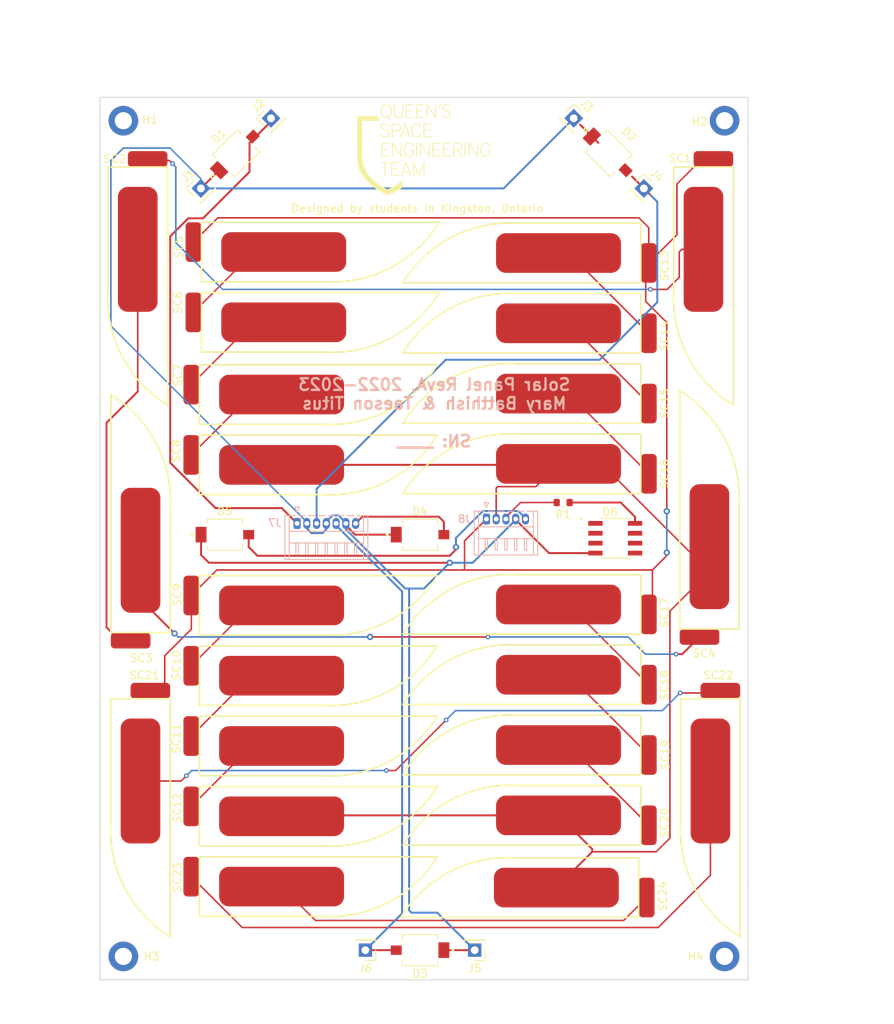
<source format=kicad_pcb>
(kicad_pcb (version 20221018) (generator pcbnew)
  (title_block (title "Solar Board QSAT") (company "QSAT") (comment 1 "Made by Taeson Titus"))
  (layers (0 "F.Cu" signal) (31 "B.Cu" signal) (34 "B.Paste" user) (35 "F.Paste" user) (36 "B.SilkS" user "B.Silkscreen") (37 "F.SilkS" user "F.Silkscreen") (38 "B.Mask" user) (39 "F.Mask" user) (44 "Edge.Cuts" user))
  (net 0 "")
  (net 1 "ADCS_PD_1")
  (net 2 "GND")
  (net 3 "ADCS_PD_2")
  (net 4 "ADCS_PD_3")
  (net 5 "ADCS_PD_4")
  (net 6 "ARRAY_PWR")
  (net 7 "ARRAY_RTN")
  (net 8 "EPS_TMP_1")
  (net 9 "EPS_PD_1")
  (net 10 "Net-(D6-K)")
  (net 11 "Net-(SC1--)")
  (net 12 "Net-(SC2--)")
  (net 13 "Net-(SC3--)")
  (net 14 "Net-(SC5--)")
  (net 15 "Net-(SC6--)")
  (net 16 "Net-(SC7--)")
  (net 17 "Net-(SC10-+)")
  (net 18 "Net-(SC10--)")
  (net 19 "Net-(SC11--)")
  (net 20 "Net-(SC13--)")
  (net 21 "Net-(SC14--)")
  (net 22 "Net-(SC15--)")
  (net 23 "Net-(SC17--)")
  (net 24 "Net-(SC18--)")
  (net 25 "Net-(SC19--)")
  (net 26 "Net-(SC21--)")
  (net 27 "Net-(SC22--)")
  (net 28 "Net-(SC23--)")
  (net 29 "ADSC_PD_1")
  (net 30 "ADSC_PD_2")
  (net 31 "ADSC_PD_3")
  (net 32 "ADSC_PD_4")
  (footprint "1_MOD Files:TrisolX_Solar_Cell" (layer "F.Cu") (at 110.274 131.750146 90)
    (fp_text reference "SC20" (at 2.850146 3.026 90 unlocked) (layer "F.SilkS"))
    (fp_text value "Solar_Cell" hide)
    (pad "1" smd roundrect (at 2.54 1.016 90) (size 5.08 2.032) (layers "F.Cu" "F.Paste" "F.Mask") (net 25 "Net-(SC19--)"))
    (pad "2" smd roundrect (at 3.81 -10.541 270) (size 5.08 16.002) (layers "F.Cu" "F.Paste" "F.Mask") (net 7 "ARRAY_RTN"))
  )
  (footprint "MountingHole:MountingHole_2.2mm_M2_DIN965_Pad" (layer "F.Cu") (at 121 146)
    (fp_text reference "H4" (at -3.7 0) (layer "F.SilkS"))
    (fp_text value "MountingHole")
    (pad "1" thru_hole circle (at 0 0) (size 3.8 3.8) (drill 2.2) (layers "*.Cu" "*.Mask"))
  )
  (footprint "1_MOD Files:TrisolX_Solar_Cell" (layer "F.Cu") (at 53.726 106.249854 -90)
    (fp_text reference "SC10" (at 2.450146 2.926 90 unlocked) (layer "F.SilkS"))
    (fp_text value "Solar_Cell" hide)
    (pad "1" smd roundrect (at 2.54 1.016 270) (size 5.08 2.032) (layers "F.Cu" "F.Paste" "F.Mask") (net 17 "Net-(SC10-+)"))
    (pad "2" smd roundrect (at 3.81 -10.541 90) (size 5.08 16.002) (layers "F.Cu" "F.Paste" "F.Mask") (net 18 "Net-(SC10--)"))
  )
  (footprint "Resistor_SMD:R_0603_1608Metric" (layer "F.Cu") (at 100.33 87.884 180)
    (fp_text reference "R1" (at 0 -1.524) (layer "F.SilkS"))
    (fp_text value "0")
    (pad "1" smd roundrect (at -0.825 0 180) (size 0.8 0.95) (layers "F.Cu" "F.Paste" "F.Mask") (net 10 "Net-(D6-K)"))
    (pad "2" smd roundrect (at 0.825 0 180) (size 0.8 0.95) (layers "F.Cu" "F.Paste" "F.Mask") (net 8 "EPS_TMP_1"))
  )
  (footprint "Connector_PinHeader_2.54mm:PinHeader_1x01_P2.54mm_Vertical" (layer "F.Cu") (at 53.929872 47.670128 45)
    (fp_text reference "J1" (at 0 -2.33 45) (layer "F.SilkS"))
    (fp_text value "Conn_01x01")
    (pad "1" thru_hole rect (at 0 0 45) (size 1.7 1.7) (drill 1) (layers "*.Cu" "*.Mask") (net 2 "GND"))
  )
  (footprint "1_MOD Files:TrisolX_Solar_Cell" (layer "F.Cu") (at 42.39 104.541)
    (fp_text reference "SC3" (at 3.91 3.259 unlocked) (layer "F.SilkS"))
    (fp_text value "Solar_Cell")
    (pad "1" smd roundrect (at 2.54 1.016) (size 5.08 2.032) (layers "F.Cu" "F.Paste" "F.Mask") (net 12 "Net-(SC2--)"))
    (pad "2" smd roundrect (at 3.81 -10.541 180) (size 5.08 16.002) (layers "F.Cu" "F.Paste" "F.Mask") (net 13 "Net-(SC3--)"))
  )
  (footprint "1_MOD Files:TrisolX_Solar_Cell" (layer "F.Cu") (at 110 141 90)
    (fp_text reference "SC24" (at 2.7 3.1 90 unlocked) (layer "F.SilkS"))
    (fp_text value "Solar_Cell")
    (pad "1" smd roundrect (at 2.54 1.016 90) (size 5.08 2.032) (layers "F.Cu" "F.Paste" "F.Mask") (net 28 "Net-(SC23--)"))
    (pad "2" smd roundrect (at 3.81 -10.541 270) (size 5.08 16.002) (layers "F.Cu" "F.Paste" "F.Mask") (net 7 "ARRAY_RTN"))
  )
  (footprint "1_MOD Files:TrisolX_Solar_Cell" (layer "F.Cu") (at 110.274 104.750146 90)
    (fp_text reference "SC17" (at 2.750146 3.026 90 unlocked) (layer "F.SilkS"))
    (fp_text value "Solar_Cell" hide)
    (pad "1" smd roundrect (at 2.54 1.016 90) (size 5.08 2.032) (layers "F.Cu" "F.Paste" "F.Mask") (net 6 "ARRAY_PWR"))
    (pad "2" smd roundrect (at 3.81 -10.541 270) (size 5.08 16.002) (layers "F.Cu" "F.Paste" "F.Mask") (net 23 "Net-(SC17--)"))
  )
  (footprint "1_MOD Files:TrisolX_Solar_Cell" (layer "F.Cu") (at 123 113 180)
    (fp_text reference "SC22" (at 2.8 3 unlocked) (layer "F.SilkS"))
    (fp_text value "Solar_Cell")
    (pad "1" smd roundrect (at 2.54 1.016 180) (size 5.08 2.032) (layers "F.Cu" "F.Paste" "F.Mask") (net 26 "Net-(SC21--)"))
    (pad "2" smd roundrect (at 3.81 -10.541) (size 5.08 16.002) (layers "F.Cu" "F.Paste" "F.Mask") (net 27 "Net-(SC22--)"))
  )
  (footprint "1_MOD Files:TrisolX_Solar_Cell" (layer "F.Cu") (at 110.274 68.750146 90)
    (fp_text reference "SC14" (at 2.202146 3.01 90 unlocked) (layer "F.SilkS"))
    (fp_text value "Solar_Cell" hide)
    (pad "1" smd roundrect (at 2.54 1.016 90) (size 5.08 2.032) (layers "F.Cu" "F.Paste" "F.Mask") (net 20 "Net-(SC13--)"))
    (pad "2" smd roundrect (at 3.81 -10.541 270) (size 5.08 16.002) (layers "F.Cu" "F.Paste" "F.Mask") (net 21 "Net-(SC14--)"))
  )
  (footprint "MountingHole:MountingHole_2.2mm_M2_DIN965_Pad" (layer "F.Cu") (at 121 39)
    (fp_text reference "H2" (at -3.2 0.1) (layer "F.SilkS"))
    (fp_text value "MountingHole")
    (pad "1" thru_hole circle (at 0 0) (size 3.8 3.8) (drill 2.2) (layers "*.Cu" "*.Mask"))
  )
  (footprint "MountingHole:MountingHole_2.2mm_M2_DIN965_Pad" (layer "F.Cu") (at 44 39)
    (fp_text reference "H1" (at 3.4 -0.1) (layer "F.SilkS"))
    (fp_text value "MountingHole")
    (pad "1" thru_hole circle (at 0 0) (size 3.8 3.8) (drill 2.2) (layers "*.Cu" "*.Mask"))
  )
  (footprint "1_MOD Files:TrisolX_Solar_Cell" (layer "F.Cu") (at 53.726 124.249854 -90)
    (fp_text reference "SC12" (at 2.750146 2.826 90 unlocked) (layer "F.SilkS"))
    (fp_text value "Solar_Cell" hide)
    (pad "1" smd roundrect (at 2.54 1.016 270) (size 5.08 2.032) (layers "F.Cu" "F.Paste" "F.Mask") (net 19 "Net-(SC11--)"))
    (pad "2" smd roundrect (at 3.81 -10.541 90) (size 5.08 16.002) (layers "F.Cu" "F.Paste" "F.Mask") (net 7 "ARRAY_RTN"))
  )
  (footprint "Connector_PinHeader_2.54mm:PinHeader_1x01_P2.54mm_Vertical" (layer "F.Cu") (at 101.681872 38.689871 -45)
    (fp_text reference "J3" (at 0 -2.33 135) (layer "F.SilkS"))
    (fp_text value "Conn_01x01")
    (pad "2" thru_hole rect (at 0 0 315) (size 1.7 1.7) (drill 1) (layers "*.Cu" "*.Mask") (net 2 "GND"))
  )
  (footprint "1_MOD Files:TrisolX_Solar_Cell" (layer "F.Cu") (at 122.110146 44.926 180)
    (fp_text reference "SC1" (at 6.810146 1.126 unlocked) (layer "F.SilkS"))
    (fp_text value "Solar_Cell" hide)
    (pad "1" smd roundrect (at 2.54 1.016 180) (size 5.08 2.032) (layers "F.Cu" "F.Paste" "F.Mask") (net 6 "ARRAY_PWR"))
    (pad "2" smd roundrect (at 3.81 -10.541) (size 5.08 16.002) (layers "F.Cu" "F.Paste" "F.Mask") (net 11 "Net-(SC1--)"))
  )
  (footprint "1_MOD Files:TrisolX_Solar_Cell" (layer "F.Cu") (at 53.726 79.249854 -90)
    (fp_text reference "SC8" (at 2.030146 2.926 90 unlocked) (layer "F.SilkS"))
    (fp_text value "Solar_Cell" hide)
    (pad "1" smd roundrect (at 2.54 1.016 270) (size 5.08 2.032) (layers "F.Cu" "F.Paste" "F.Mask") (net 16 "Net-(SC7--)"))
    (pad "2" smd roundrect (at 3.81 -10.541 90) (size 5.08 16.002) (layers "F.Cu" "F.Paste" "F.Mask") (net 7 "ARRAY_RTN"))
  )
  (footprint "Connector_PinHeader_2.54mm:PinHeader_1x01_P2.54mm_Vertical" (layer "F.Cu") (at 75 145.2 180)
    (fp_text reference "J6" (at 0 -2.33) (layer "F.SilkS"))
    (fp_text value "Conn_01x01")
    (pad "1" thru_hole rect (at 0 0 180) (size 1.7 1.7) (drill 1) (layers "*.Cu" "*.Mask") (net 31 "ADSC_PD_3"))
  )
  (footprint "1_MOD Files:DIO_SFH_2430-Z" (layer "F.Cu") (at 106.172 43.18 -45)
    (fp_text reference "D2" (at 0.141421 -3.535534 -45) (layer "F.SilkS"))
    (fp_text value "D_Photo")
    (pad "1" smd rect (at 3.05 0 135) (size 1.4 1.2) (layers "F.Cu") (net 30 "ADSC_PD_2"))
    (pad "2" smd rect (at -3.05 0 135) (size 1.4 2) (layers "F.Cu") (net 2 "GND"))
  )
  (footprint "1_MOD Files:DIO_SFH_2430-Z" (layer "F.Cu") (at 57 92)
    (fp_text reference "D5" (at 0 -3) (layer "F.SilkS"))
    (fp_text value "D_Photo")
    (pad "1" smd rect (at 3.05 0 180) (size 1.4 1.2) (layers "F.Cu") (net 9 "EPS_PD_1"))
    (pad "2" smd rect (at -3.05 0 180) (size 1.4 2) (layers "F.Cu") (net 2 "GND"))
  )
  (footprint "1_MOD Files:TrisolX_Solar_Cell" (layer "F.Cu") (at 54 52 -90)
    (fp_text reference "SC5" (at 3.2 2.9 90 unlocked) (layer "F.SilkS"))
    (fp_text value "Solar_Cell" hide)
    (pad "1" smd roundrect (at 2.54 1.016 270) (size 5.08 2.032) (layers "F.Cu" "F.Paste" "F.Mask") (net 6 "ARRAY_PWR"))
    (pad "2" smd roundrect (at 3.81 -10.541 90) (size 5.08 16.002) (layers "F.Cu" "F.Paste" "F.Mask") (net 14 "Net-(SC5--)"))
  )
  (footprint "1_MOD Files:TrisolX_Solar_Cell" (layer "F.Cu") (at 54 61 -90)
    (fp_text reference "SC6" (at 1.3 3 90 unlocked) (layer "F.SilkS"))
    (fp_text value "Solar_Cell" hide)
    (pad "1" smd roundrect (at 2.54 1.016 270) (size 5.08 2.032) (layers "F.Cu" "F.Paste" "F.Mask") (net 14 "Net-(SC5--)"))
    (pad "2" smd roundrect (at 3.81 -10.541 90) (size 5.08 16.002) (layers "F.Cu" "F.Paste" "F.Mask") (net 15 "Net-(SC6--)"))
  )
  (footprint "1_MOD Files:DIO_SFH_2430-Z" (layer "F.Cu") (at 82 92)
    (fp_text reference "D4" (at 0 -3) (layer "F.SilkS"))
    (fp_text value "D_Photo")
    (pad "1" smd rect (at 3.05 0 180) (size 1.4 1.2) (layers "F.Cu") (net 32 "ADSC_PD_4"))
    (pad "2" smd rect (at -3.05 0 180) (size 1.4 2) (layers "F.Cu") (net 2 "GND"))
  )
  (footprint "1_MOD Files:TrisolX_Solar_Cell" (layer "F.Cu") (at 53.726 115.249854 -90)
    (fp_text reference "SC11" (at 2.860146 2.926 90 unlocked) (layer "F.SilkS"))
    (fp_text value "Solar_Cell" hide)
    (pad "1" smd roundrect (at 2.54 1.016 270) (size 5.08 2.032) (layers "F.Cu" "F.Paste" "F.Mask") (net 18 "Net-(SC10--)"))
    (pad "2" smd roundrect (at 3.81 -10.541 90) (size 5.08 16.002) (layers "F.Cu" "F.Paste" "F.Mask") (net 19 "Net-(SC11--)"))
  )
  (footprint "1_MOD Files:TrisolX_Solar_Cell" (layer "F.Cu") (at 110.274 113.750146 90)
    (fp_text reference "SC18" (at 2.450146 3.026 90 unlocked) (layer "F.SilkS"))
    (fp_text value "Solar_Cell" hide)
    (pad "1" smd roundrect (at 2.54 1.016 90) (size 5.08 2.032) (layers "F.Cu" "F.Paste" "F.Mask") (net 23 "Net-(SC17--)"))
    (pad "2" smd roundrect (at 3.81 -10.541 270) (size 5.08 16.002) (layers "F.Cu" "F.Paste" "F.Mask") (net 24 "Net-(SC18--)"))
  )
  (footprint "1_MOD Files:DIO_SFH_2430-Z" (layer "F.Cu") (at 82 145.2 180)
    (fp_text reference "D3" (at 0 -3) (layer "F.SilkS"))
    (fp_text value "D_Photo")
    (pad "1" smd rect (at 3.05 0) (size 1.4 1.2) (layers "F.Cu") (net 31 "ADSC_PD_3"))
    (pad "2" smd rect (at -3.05 0) (size 1.4 2) (layers "F.Cu") (net 2 "GND"))
  )
  (footprint "LOGO" (layer "F.Cu") (at 82.55 42.545)
    (fp_text reference "G***" hide)
    (fp_text value "LOGO" hide)
  )
  (footprint "1_MOD Files:TrisolX_Solar_Cell" (layer "F.Cu") (at 110.274 122.750146 90)
    (fp_text reference "SC19" (at 2.550146 3.126 90 unlocked) (layer "F.SilkS"))
    (fp_text value "Solar_Cell" hide)
    (pad "1" smd roundrect (at 2.54 1.016 90) (size 5.08 2.032) (layers "F.Cu" "F.Paste" "F.Mask") (net 24 "Net-(SC18--)"))
    (pad "2" smd roundrect (at 3.81 -10.541 270) (size 5.08 16.002) (layers "F.Cu" "F.Paste" "F.Mask") (net 25 "Net-(SC19--)"))
  )
  (footprint "1_MOD Files:TrisolX_Solar_Cell" (layer "F.Cu") (at 49.650146 44.926 180)
    (fp_text reference "SC2" (at 6.750146 1.026 unlocked) (layer "F.SilkS"))
    (fp_text value "Solar_Cell")
    (pad "1" smd roundrect (at 2.54 1.016 180) (size 5.08 2.032) (layers "F.Cu" "F.Paste" "F.Mask") (net 11 "Net-(SC1--)"))
    (pad "2" smd roundrect (at 3.81 -10.541) (size 5.08 16.002) (layers "F.Cu" "F.Paste" "F.Mask") (net 12 "Net-(SC2--)"))
  )
  (footprint "Connector_PinHeader_2.54mm:PinHeader_1x01_P2.54mm_Vertical" (layer "F.Cu") (at 62.910128 38.689872 45)
    (fp_text reference "J2" (at 0 -2.33 45) (layer "F.SilkS"))
    (fp_text value "Conn_01x01")
    (pad "1" thru_hole rect (at 0 0 45) (size 1.7 1.7) (drill 1) (layers "*.Cu" "*.Mask") (net 29 "ADSC_PD_1"))
  )
  (footprint "1_MOD Files:TrisolX_Solar_Cell" (layer "F.Cu") (at 110.274 77.750146 90)
    (fp_text reference "SC15" (at 2.566146 3.01 90 unlocked) (layer "F.SilkS"))
    (fp_text value "Solar_Cell" hide)
    (pad "1" smd roundrect (at 2.54 1.016 90) (size 5.08 2.032) (layers "F.Cu" "F.Paste" "F.Mask") (net 21 "Net-(SC14--)"))
    (pad "2" smd roundrect (at 3.81 -10.541 270) (size 5.08 16.002) (layers "F.Cu" "F.Paste" "F.Mask") (net 22 "Net-(SC15--)"))
  )
  (footprint "1_MOD Files:SOIC127P600X175-8N" (layer "F.Cu") (at 107 92.456)
    (fp_text reference "D6" (at -0.665 -3.342) (layer "F.SilkS"))
    (fp_text value "D_Temp")
    (pad "1" smd roundrect (at -2.535 -1.905) (size 1.84 0.61) (layers "F.Cu" "F.Paste" "F.Mask") (roundrect_rratio 0.08))
    (pad "2" smd roundrect (at -2.535 -0.635) (size 1.84 0.61) (layers "F.Cu" "F.Paste" "F.Mask") (roundrect_rratio 0.08))
    (pad "3" smd roundrect (at -2.535 0.635) (size 1.84 0.61) (layers "F.Cu" "F.Paste" "F.Mask") (roundrect_rratio 0.08))
    (pad "4" smd roundrect (at -2.535 1.905) (size 1.84 0.61) (layers "F.Cu" "F.Paste" "F.Mask") (roundrect_rratio 0.08) (net 2 "GND"))
    (pad "5" smd roundrect (at 2.535 1.905) (size 1.84 0.61) (layers "F.Cu" "F.Paste" "F.Mask") (roundrect_rratio 0.08))
    (pad "6" smd roundrect (at 2.535 0.635) (size 1.84 0.61) (layers "F.Cu" "F.Paste" "F.Mask") (roundrect_rratio 0.08))
    (pad "7" smd roundrect (at 2.535 -0.635) (size 1.84 0.61) (layers "F.Cu" "F.Paste" "F.Mask") (roundrect_rratio 0.08))
    (pad "8" smd roundrect (at 2.535 -1.905) (size 1.84 0.61) (layers "F.Cu" "F.Paste" "F.Mask") (roundrect_rratio 0.08) (net 10 "Net-(D6-K)"))
  )
  (footprint "1_MOD Files:TrisolX_Solar_Cell" (layer "F.Cu") (at 110.274 59.750146 90)
    (fp_text reference "SC13" (at 2.150146 3.01 90 unlocked) (layer "F.SilkS"))
    (fp_text value "Solar_Cell" hide)
    (pad "1" smd roundrect (at 2.54 1.016 90) (size 5.08 2.032) (layers "F.Cu" "F.Paste" "F.Mask") (net 6 "ARRAY_PWR"))
    (pad "2" smd roundrect (at 3.81 -10.541 270) (size 5.08 16.002) (layers "F.Cu" "F.Paste" "F.Mask") (net 20 "Net-(SC13--)"))
  )
  (footprint "1_MOD Files:TrisolX_Solar_Cell" (layer "F.Cu") (at 110.274 86.750146 90)
    (fp_text reference "SC16" (at 2.54 3.01 90 unlocked) (layer "F.SilkS"))
    (fp_text value "Solar_Cell")
    (pad "1" smd roundrect (at 2.54 1.016 90) (size 5.08 2.032) (layers "F.Cu" "F.Paste" "F.Mask") (net 22 "Net-(SC15--)"))
    (pad "2" smd roundrect (at 3.81 -10.541 270) (size 5.08 16.002) (layers "F.Cu" "F.Paste" "F.Mask") (net 7 "ARRAY_RTN"))
  )
  (footprint "1_MOD Files:TrisolX_Solar_Cell" (layer "F.Cu") (at 53.726 70.249854 -90)
    (fp_text reference "SC7" (at 1.350146 2.726 90 unlocked) (layer "F.SilkS"))
    (fp_text value "Solar_Cell" hide)
    (pad "1" smd roundrect (at 2.54 1.016 270) (size 5.08 2.032) (layers "F.Cu" "F.Paste" "F.Mask") (net 15 "Net-(SC6--)"))
    (pad "2" smd roundrect (at 3.81 -10.541 90) (size 5.08 16.002) (layers "F.Cu" "F.Paste" "F.Mask") (net 16 "Net-(SC7--)"))
  )
  (footprint "1_MOD Files:TrisolX_Solar_Cell" (layer "F.Cu") (at 53.726 133.249854 -90)
    (fp_text reference "SC23" (at 2.640146 2.826 90 unlocked) (layer "F.SilkS"))
    (fp_text value "Solar_Cell")
    (pad "1" smd roundrect (at 2.54 1.016 270) (size 5.08 2.032) (layers "F.Cu" "F.Paste" "F.Mask") (net 27 "Net-(SC22--)"))
    (pad "2" smd roundrect (at 3.81 -10.541 90) (size 5.08 16.002) (layers "F.Cu" "F.Paste" "F.Mask") (net 28 "Net-(SC23--)"))
  )
  (footprint "1_MOD Files:TrisolX_Solar_Cell" (layer "F.Cu") (at 50 113 180)
    (fp_text reference "SC21" (at 3.3 3 unlocked) (layer "F.SilkS"))
    (fp_text value "Solar_Cell")
    (pad "1" smd roundrect (at 2.54 1.016 180) (size 5.08 2.032) (layers "F.Cu" "F.Paste" "F.Mask") (net 6 "ARRAY_PWR"))
    (pad "2" smd roundrect (at 3.81 -10.541) (size 5.08 16.002) (layers "F.Cu" "F.Paste" "F.Mask") (net 26 "Net-(SC21--)"))
  )
  (footprint "1_MOD Files:TrisolX_Solar_Cell" (layer "F.Cu") (at 53.726 97.249854 -90)
    (fp_text reference "SC9" (at 2.445146 2.826 90 unlocked) (layer "F.SilkS"))
    (fp_text value "Solar_Cell" hide)
    (pad "1" smd roundrect (at 2.54 1.016 270) (size 5.08 2.032) (layers "F.Cu" "F.Paste" "F.Mask") (net 6 "ARRAY_PWR"))
    (pad "2" smd roundrect (at 3.81 -10.541 90) (size 5.08 16.002) (layers "F.Cu" "F.Paste" "F.Mask") (net 17 "Net-(SC10-+)"))
  )
  (footprint "1_MOD Files:TrisolX_Solar_Cell" (layer "F.Cu") (at 115.249854 104.074)
    (fp_text reference "SC4" (at 3.150146 3.126 unlocked) (layer "F.SilkS"))
    (fp_text value "Solar_Cell" hide)
    (pad "1" smd roundrect (at 2.54 1.016) (size 5.08 2.032) (layers "F.Cu" "F.Paste" "F.Mask") (net 13 "Net-(SC3--)"))
    (pad "2" smd roundrect (at 3.81 -10.541 180) (size 5.08 16.002) (layers "F.Cu" "F.Paste" "F.Mask") (net 7 "ARRAY_RTN"))
  )
  (footprint "MountingHole:MountingHole_2.2mm_M2_DIN965_Pad" (layer "F.Cu") (at 44 146)
    (fp_text reference "H3" (at 3.6 0) (layer "F.SilkS"))
    (fp_text value "MountingHole")
    (pad "1" thru_hole circle (at 0 0) (size 3.8 3.8) (drill 2.2) (layers "*.Cu" "*.Mask"))
  )
  (footprint "Connector_PinHeader_2.54mm:PinHeader_1x01_P2.54mm_Vertical" (layer "F.Cu") (at 89 145.2 180)
    (fp_text reference "J5" (at 0 -2.33) (layer "F.SilkS"))
    (fp_text value "Conn_01x01")
    (pad "1" thru_hole rect (at 0 0 180) (size 1.7 1.7) (drill 1) (layers "*.Cu" "*.Mask") (net 2 "GND"))
  )
  (footprint "1_MOD Files:DIO_SFH_2430-Z" (layer "F.Cu") (at 58.42 43.18 45)
    (fp_text reference "D1" (at 0 -3.11127 45) (layer "F.SilkS"))
    (fp_text value "D_Photo" hide)
    (pad "1" smd rect (at 3.05 0 225) (size 1.4 1.2) (layers "F.Cu") (net 29 "ADSC_PD_1"))
    (pad "2" smd rect (at -3.05 0 225) (size 1.4 2) (layers "F.Cu") (net 2 "GND"))
  )
  (footprint "Connector_PinHeader_2.54mm:PinHeader_1x01_P2.54mm_Vertical" (layer "F.Cu") (at 110.662129 47.670128 -45)
    (fp_text reference "J4" (at 0 -2.33 135) (layer "F.SilkS"))
    (fp_text value "Conn_01x01")
    (pad "1" thru_hole rect (at 0 0 315) (size 1.7 1.7) (drill 1) (layers "*.Cu" "*.Mask") (net 30 "ADSC_PD_2"))
  )
  (footprint "Connector_Hirose:Hirose_DF13-07P-1.25DS_1x07_P1.25mm_Horizontal" (layer "B.Cu") (at 66.25 90.5675)
    (fp_text reference "J7" (at -2.85 -0.0675) (layer "B.SilkS") (effects (justify mirror)))
    (fp_text value "DF13-7P-1.25DS(20)")
    (pad "1" thru_hole roundrect (at 0 0) (size 0.9 1.4) (drill 0.6) (layers "*.Cu" "*.Mask") (net 1 "ADCS_PD_1"))
    (pad "2" thru_hole oval (at 1.25 0) (size 0.9 1.4) (drill 0.6) (layers "*.Cu" "*.Mask") (net 2 "GND"))
    (pad "3" thru_hole oval (at 2.5 0) (size 0.9 1.4) (drill 0.6) (layers "*.Cu" "*.Mask") (net 3 "ADCS_PD_2"))
    (pad "4" thru_hole oval (at 3.75 0) (size 0.9 1.4) (drill 0.6) (layers "*.Cu" "*.Mask") (net 2 "GND"))
    (pad "5" thru_hole oval (at 5 0) (size 0.9 1.4) (drill 0.6) (layers "*.Cu" "*.Mask") (net 4 "ADCS_PD_3"))
    (pad "6" thru_hole oval (at 6.25 0) (size 0.9 1.4) (drill 0.6) (layers "*.Cu" "*.Mask") (net 2 "GND"))
    (pad "7" thru_hole oval (at 7.5 0) (size 0.9 1.4) (drill 0.6) (layers "*.Cu" "*.Mask") (net 5 "ADCS_PD_4"))
  )
  (footprint "Connector_Hirose:Hirose_DF13-05P-1.25DS_1x05_P1.25mm_Horizontal" (layer "B.Cu") (at 90.5 90)
    (fp_text reference "J8" (at -2.8 0) (layer "B.SilkS") (effects (justify mirror)))
    (fp_text value "DF-13-5P-1.25DS")
    (pad "1" thru_hole roundrect (at 0 0) (size 0.9 1.4) (drill 0.6) (layers "*.Cu" "*.Mask") (net 6 "ARRAY_PWR"))
    (pad "2" thru_hole oval (at 1.25 0) (size 0.9 1.4) (drill 0.6) (layers "*.Cu" "*.Mask") (net 7 "ARRAY_RTN"))
    (pad "3" thru_hole oval (at 2.5 0) (size 0.9 1.4) (drill 0.6) (layers "*.Cu" "*.Mask") (net 8 "EPS_TMP_1"))
    (pad "4" thru_hole oval (at 3.75 0) (size 0.9 1.4) (drill 0.6) (layers "*.Cu" "*.Mask") (net 2 "GND"))
    (pad "5" thru_hole oval (at 5 0) (size 0.9 1.4) (drill 0.6) (layers "*.Cu" "*.Mask") (net 9 "EPS_PD_1"))
  )
  (gr_line (start 124 137) (end 124 149) (stroke (width 0.1)) (layer "Edge.Cuts"))
  (gr_line (start 124 36) (end 41 36) (stroke (width 0.1)) (layer "Edge.Cuts"))
  (gr_line (start 41 36) (end 41 41) (stroke (width 0.1)) (layer "Edge.Cuts"))
  (gr_line (start 41 41) (end 41 137) (stroke (width 0.1)) (layer "Edge.Cuts"))
  (gr_line (start 124 137) (end 124 41) (stroke (width 0.1)) (layer "Edge.Cuts"))
  (gr_line (start 41 137) (end 41 149) (stroke (width 0.1)) (layer "Edge.Cuts"))
  (gr_line (start 124 149) (end 41 149) (stroke (width 0.1)) (layer "Edge.Cuts"))
  (gr_line (start 124 41) (end 124 36) (stroke (width 0.1)) (layer "Edge.Cuts"))
  (gr_text "Solar Panel RevA, 2022-2023\nMary Batthish & Taeson Titus\n\nSN: ____" (at 83.82 80.908033) (layer "B.SilkS") (effects (font (size 1.5 1.5) (thickness 0.3) bold) (justify bottom mirror)))
  (gr_text "Designed by students in Kingston, Ontario" (at 65.405 50.8) (layer "F.SilkS") (effects (font (size 1 1)) (justify left bottom)))
  (segment (start 54.2 51.5) (end 52.30596 51.5) (width 0.25) (layer "F.Cu") (net 1))
  (segment (start 60.156676 41.843324) (end 60.156676 45.543324) (width 0.25) (layer "F.Cu") (net 1))
  (segment (start 60.156676 45.543324) (end 54.2 51.5) (width 0.25) (layer "F.Cu") (net 1))
  (segment (start 52.30596 51.5) (end 50 53.80596) (width 0.25) (layer "F.Cu") (net 1))
  (segment (start 50 53.80596) (end 50 82.797894) (width 0.25) (layer "F.Cu") (net 1))
  (segment (start 50 82.797894) (end 55.802106 88.6) (width 0.25) (layer "F.Cu") (net 1))
  (segment (start 62.490128 39.509872) (end 60.156676 41.843324) (width 0.25) (layer "F.Cu") (net 1))
  (segment (start 55.802106 88.6) (end 64.2825 88.6) (width 0.25) (layer "F.Cu") (net 1))
  (segment (start 64.2825 88.6) (end 66.25 90.5675) (width 0.25) (layer "F.Cu") (net 1))
  (segment (start 56.263324 45.336676) (end 53.929872 47.670128) (width 0.25) (layer "F.Cu") (net 2))
  (segment (start 85.8 95.6) (end 54.96 95.6) (width 0.25) (layer "F.Cu") (net 2))
  (segment (start 72.5 90.8175) (end 72.5 90.5675) (width 0.25) (layer "F.Cu") (net 2))
  (segment (start 94.25 90) (end 94.25 90.186) (width 0.25) (layer "F.Cu") (net 2))
  (segment (start 104.843324 41.843324) (end 102.509872 39.509871) (width 0.25) (layer "F.Cu") (net 2))
  (segment (start 94.25 90.096016) (end 94.25 90) (width 0.25) (layer "F.Cu") (net 2))
  (segment (start 73.6825 92) (end 72.5 90.8175) (width 0.25) (layer "F.Cu") (net 2))
  (segment (start 53.95 94.59) (end 53.95 92) (width 0.25) (layer "F.Cu") (net 2))
  (segment (start 104.465 94.361) (end 98.514984 94.361) (width 0.25) (layer "F.Cu") (net 2))
  (segment (start 98.514984 94.361) (end 94.25 90.096016) (width 0.25) (layer "F.Cu") (net 2))
  (segment (start 78.95 92) (end 73.6825 92) (width 0.25) (layer "F.Cu") (net 2))
  (segment (start 54.96 95.6) (end 53.95 94.59) (width 0.25) (layer "F.Cu") (net 2))
  (segment (start 85.05 145.2) (end 89 145.2) (width 0.25) (layer "F.Cu") (net 2))
  (via (at 85.8 95.6) (size 0.8) (drill 0.4) (layers "F.Cu" "B.Cu") (net 2))
  (segment (start 80.6 140.1) (end 80.6 98.9) (width 0.25) (layer "B.Cu") (net 2))
  (segment (start 89 145.2) (end 84.2 140.4) (width 0.25) (layer "B.Cu") (net 2))
  (segment (start 92.701615 47.670128) (end 53.929872 47.670128) (width 0.25) (layer "B.Cu") (net 2))
  (segment (start 88.746016 95.6) (end 94.25 90.096016) (width 0.25) (layer "B.Cu") (net 2))
  (segment (start 72.5 91.3) (end 72.5 90.5675) (width 0.25) (layer "B.Cu") (net 2))
  (segment (start 80.6 98.9) (end 80.1 98.9) (width 0.25) (layer "B.Cu") (net 2))
  (segment (start 42.4 44.1) (end 44 42.5) (width 0.2) (layer "B.Cu") (net 2))
  (segment (start 85.8 95.6) (end 82.5 98.9) (width 0.25) (layer "B.Cu") (net 2))
  (segment (start 80.1 98.9) (end 72.5 91.3) (width 0.25) (layer "B.Cu") (net 2))
  (segment (start 82.5 98.9) (end 80.6 98.9) (width 0.25) (layer "B.Cu") (net 2))
  (segment (start 80.9 140.4) (end 80.6 140.1) (width 0.25) (layer "B.Cu") (net 2))
  (segment (start 69.5 91.8) (end 68.1 91.8) (width 0.25) (layer "B.Cu") (net 2))
  (segment (start 70 91.3) (end 69.5 91.8) (width 0.25) (layer "B.Cu") (net 2))
  (segment (start 53.929872 46.451197) (end 53.929872 47.670128) (width 0.2) (layer "B.Cu") (net 2))
  (segment (start 68.1 91.8) (end 67.5 91.2) (width 0.25) (layer "B.Cu") (net 2))
  (segment (start 85.8 95.6) (end 88.746016 95.6) (width 0.25) (layer "B.Cu") (net 2))
  (segment (start 67.5 90.375038) (end 42.4 65.275038) (width 0.2) (layer "B.Cu") (net 2))
  (segment (start 70.775 89.5425) (end 71.571016 89.5425) (width 0.25) (layer "B.Cu") (net 2))
  (segment (start 101.681872 38.689871) (end 92.701615 47.670128) (width 0.25) (layer "B.Cu") (net 2))
  (segment (start 44 42.5) (end 49.978675 42.5) (width 0.2) (layer "B.Cu") (net 2))
  (segment (start 67.5 90.5675) (end 67.5 90.375038) (width 0.2) (layer "B.Cu") (net 2))
  (segment (start 70 90.5675) (end 70 90.3175) (width 0.25) (layer "B.Cu") (net 2))
  (segment (start 84.2 140.4) (end 80.9 140.4) (width 0.25) (layer "B.Cu") (net 2))
  (segment (start 72.5 90.471484) (end 72.5 90.5675) (width 0.25) (layer "B.Cu") (net 2))
  (segment (start 49.978675 42.5) (end 53.929872 46.451197) (width 0.2) (layer "B.Cu") (net 2))
  (segment (start 42.4 65.275038) (end 42.4 44.1) (width 0.2) (layer "B.Cu") (net 2))
  (segment (start 71.571016 89.5425) (end 72.5 90.471484) (width 0.25) (layer "B.Cu") (net 2))
  (segment (start 70 90.5675) (end 70 91.3) (width 0.25) (layer "B.Cu") (net 2))
  (segment (start 67.5 91.2) (end 67.5 90.5675) (width 0.25) (layer "B.Cu") (net 2))
  (segment (start 70 90.3175) (end 70.775 89.5425) (width 0.25) (layer "B.Cu") (net 2))
  (segment (start 85.3 69.6) (end 68.75 86.15) (width 0.25) (layer "B.Cu") (net 3))
  (segment (start 111.490129 48.490128) (end 112.385 49.384999) (width 0.25) (layer "B.Cu") (net 3))
  (segment (start 112.385 49.384999) (end 112.385 62.234884) (width 0.25) (layer "B.Cu") (net 3))
  (segment (start 105.019884 69.6) (end 85.3 69.6) (width 0.25) (layer "B.Cu") (net 3))
  (segment (start 68.75 86.15) (end 68.75 90.5675) (width 0.25) (layer "B.Cu") (net 3))
  (segment (start 112.385 62.234884) (end 105.019884 69.6) (width 0.25) (layer "B.Cu") (net 3))
  (segment (start 78.95 145.2) (end 75 145.2) (width 0.25) (layer "F.Cu") (net 4))
  (segment (start 79.7 99.2675) (end 79.7 140.5) (width 0.25) (layer "B.Cu") (net 4))
  (segment (start 71.25 90.8175) (end 79.7 99.2675) (width 0.25) (layer "B.Cu") (net 4))
  (segment (start 71.25 90.5675) (end 71.25 90.8175) (width 0.25) (layer "B.Cu") (net 4))
  (segment (start 79.7 140.5) (end 75 145.2) (width 0.25) (layer "B.Cu") (net 4))
  (segment (start 85.05 92) (end 85.05 90.35) (width 0.25) (layer "F.Cu") (net 5))
  (segment (start 84.4 89.7) (end 74.6175 89.7) (width 0.25) (layer "F.Cu") (net 5))
  (segment (start 85.05 90.35) (end 84.4 89.7) (width 0.25) (layer "F.Cu") (net 5))
  (segment (start 74.6175 89.7) (end 73.75 90.5675) (width 0.25) (layer "F.Cu") (net 5))
  (segment (start 87.7 96.52) (end 87.7 92.8) (width 0.2) (layer "F.Cu") (net 6))
  (segment (start 111.76 101.740146) (end 111.76 96.52) (width 0.2) (layer "F.Cu") (net 6))
  (segment (start 52.71 99.789854) (end 52.71 104.09) (width 0.2) (layer "F.Cu") (net 6))
  (segment (start 111.29 57.210146) (end 110.9 57.600146) (width 0.2) (layer "F.Cu") (net 6))
  (segment (start 87.7 96.52) (end 86.36 96.52) (width 0.2) (layer "F.Cu") (net 6))
  (segment (start 111.29 57.210146) (end 111.29 52.69) (width 0.2) (layer "F.Cu") (net 6))
  (segment (start 111.76 96.52) (end 87.7 96.52) (width 0.2) (layer "F.Cu") (net 6))
  (segment (start 114.9 47.1) (end 114.9 53.600146) (width 0.2) (layer "F.Cu") (net 6))
  (segment (start 113.6 94.3) (end 113.6 94.68) (width 0.2) (layer "F.Cu") (net 6))
  (segment (start 111.29 102.210146) (end 111.76 101.740146) (width 0.2) (layer "F.Cu") (net 6))
  (segment (start 48.516 111.984) (end 47.46 111.984) (width 0.2) (layer "F.Cu") (net 6))
  (segment (start 52.71 104.09) (end 49.3 107.5) (width 0.2) (layer "F.Cu") (net 6))
  (segment (start 110.035 51.435) (end 56.089 51.435) (width 0.2) (layer "F.Cu") (net 6))
  (segment (start 113.6 64.837461) (end 113.6 89) (width 0.2) (layer "F.Cu") (net 6))
  (segment (start 113.6 94.68) (end 111.76 96.52) (width 0.2) (layer "F.Cu") (net 6))
  (segment (start 119.570146 43.91) (end 118.09 43.91) (width 0.2) (layer "F.Cu") (net 6))
  (segment (start 49.3 111.2) (end 48.516 111.984) (width 0.2) (layer "F.Cu") (net 6))
  (segment (start 49.3 107.5) (end 49.3 111.2) (width 0.2) (layer "F.Cu") (net 6))
  (segment (start 55.979854 96.52) (end 86.36 96.52) (width 0.2) (layer "F.Cu") (net 6))
  (segment (start 110.9 62.137461) (end 113.6 64.837461) (width 0.2) (layer "F.Cu") (net 6))
  (segment (start 114.9 53.600146) (end 111.29 57.210146) (width 0.2) (layer "F.Cu") (net 6))
  (segment (start 110.9 57.600146) (end 110.9 62.137461) (width 0.2) (layer "F.Cu") (net 6))
  (segment (start 52.71 99.789854) (end 55.979854 96.52) (width 0.2) (layer "F.Cu") (net 6))
  (segment (start 56.089 51.435) (end 52.984 54.54) (width 0.2) (layer "F.Cu") (net 6))
  (segment (start 111.29 52.69) (end 110.035 51.435) (width 0.2) (layer "F.Cu") (net 6))
  (segment (start 118.09 43.91) (end 114.9 47.1) (width 0.2) (layer "F.Cu") (net 6))
  (segment (start 87.7 92.8) (end 90.5 90) (width 0.2) (layer "F.Cu") (net 6))
  (via (at 113.6 94.3) (size 0.8) (drill 0.4) (layers "F.Cu" "B.Cu") (net 6))
  (via (at 113.6 89) (size 0.8) (drill 0.4) (layers "F.Cu" "B.Cu") (net 6))
  (segment (start 113.6 89) (end 113.6 94.3) (width 0.2) (layer "B.Cu") (net 6))
  (segment (start 114 130.85) (end 114 101.792854) (width 0.2) (layer "F.Cu") (net 7))
  (segment (start 104.049 132.6) (end 112.25 132.6) (width 0.2) (layer "F.Cu") (net 7))
  (segment (start 119.059854 96.733) (end 105.267 82.940146) (width 0.2) (layer "F.Cu") (net 7))
  (segment (start 64.267 128.059854) (end 64.386708 127.940146) (width 0.25) (layer "F.Cu") (net 7))
  (segment (start 114 101.792854) (end 119.059854 96.733) (width 0.2) (layer "F.Cu") (net 7))
  (segment (start 91.75 86.05) (end 91.948 85.852) (width 0.2) (layer "F.Cu") (net 7))
  (segment (start 112.25 132.6) (end 114 130.85) (width 0.2) (layer "F.Cu") (net 7))
  (segment (start 99.613292 83.059854) (end 99.733 82.940146) (width 0.25) (layer "F.Cu") (net 7))
  (segment (start 104.049 132.256146) (end 104.049 132.6) (width 0.25) (layer "F.Cu") (net 7))
  (segment (start 64.267 83.059854) (end 99.613292 83.059854) (width 0.25) (layer "F.Cu") (net 7))
  (segment (start 99.733 127.940146) (end 104.049 132.256146) (width 0.25) (layer "F.Cu") (net 7))
  (segment (start 96.821146 85.852) (end 99.733 82.940146) (width 0.2) (layer "F.Cu") (net 7))
  (segment (start 105.267 82.940146) (end 99.733 82.940146) (width 0.2) (layer "F.Cu") (net 7))
  (segment (start 64.386708 127.940146) (end 99.733 127.940146) (width 0.25) (layer "F.Cu") (net 7))
  (segment (start 91.75 90) (end 91.75 89.75) (width 0.2) (layer "F.Cu") (net 7))
  (segment (start 91.75 90) (end 91.75 86.05) (width 0.2) (layer "F.Cu") (net 7))
  (segment (start 91.948 85.852) (end 96.821146 85.852) (width 0.2) (layer "F.Cu") (net 7))
  (segment (start 99.459 137.19) (end 104.049 132.6) (width 0.25) (layer "F.Cu") (net 7))
  (segment (start 93 90) (end 93 89.75) (width 0.2) (layer "F.Cu") (net 8))
  (segment (start 94.866 87.884) (end 99.505 87.884) (width 0.2) (layer "F.Cu") (net 8))
  (segment (start 93 89.75) (end 94.866 87.884) (width 0.2) (layer "F.Cu") (net 8))
  (segment (start 60.05 92) (end 60.05 93.578) (width 0.25) (layer "F.Cu") (net 9))
  (segment (start 86.6 93.9) (end 86.6 93.6) (width 0.25) (layer "F.Cu") (net 9))
  (segment (start 60.05 93.578) (end 61.172 94.7) (width 0.25) (layer "F.Cu") (net 9))
  (segment (start 61.172 94.7) (end 85.8 94.7) (width 0.25) (layer "F.Cu") (net 9))
  (segment (start 85.8 94.7) (end 86.6 93.9) (width 0.25) (layer "F.Cu") (net 9))
  (via (at 86.6 93.6) (size 0.8) (drill 0.4) (layers "F.Cu" "B.Cu") (net 9))
  (segment (start 95.5 89.903984) (end 95.5 90) (width 0.25) (layer "B.Cu") (net 9))
  (segment (start 94.571016 88.975) (end 95.5 89.903984) (width 0.25) (layer "B.Cu") (net 9))
  (segment (start 86.6 93.6) (end 86.6 92.422183) (width 0.25) (layer "B.Cu") (net 9))
  (segment (start 90.047183 88.975) (end 94.571016 88.975) (width 0.25) (layer "B.Cu") (net 9))
  (segment (start 86.6 92.422183) (end 90.047183 88.975) (width 0.25) (layer "B.Cu") (net 9))
  (segment (start 104.338 90.424) (end 104.465 90.551) (width 0.25) (layer "F.Cu") (net 10))
  (segment (start 109.535 89.723) (end 107.696 87.884) (width 0.25) (layer "F.Cu") (net 10))
  (segment (start 107.696 87.884) (end 101.155 87.884) (width 0.25) (layer "F.Cu") (net 10))
  (segment (start 109.535 90.551) (end 109.535 89.723) (width 0.25) (layer "F.Cu") (net 10))
  (segment (start 115.2 55.8) (end 115.533 55.467) (width 0.2) (layer "F.Cu") (net 11))
  (segment (start 49.89 44.09) (end 47.290146 44.09) (width 0.2) (layer "F.Cu") (net 11))
  (segment (start 47.290146 44.09) (end 47.110146 43.91) (width 0.2) (layer "F.Cu") (net 11))
  (segment (start 113.644 60.6) (end 115.2 59.044) (width 0.2) (layer "F.Cu") (net 11))
  (segment (start 111.5 60.6) (end 113.644 60.6) (width 0.2) (layer "F.Cu") (net 11))
  (segment (start 115.533 55.467) (end 118.300146 55.467) (width 0.2) (layer "F.Cu") (net 11))
  (segment (start 50.3 44.5) (end 49.89 44.09) (width 0.2) (layer "F.Cu") (net 11))
  (segment (start 115.2 59.044) (end 115.2 55.8) (width 0.2) (layer "F.Cu") (net 11))
  (via (at 111.5 60.6) (size 0.6) (drill 0.3) (layers "F.Cu" "B.Cu") (net 11))
  (via (at 50.3 44.5) (size 0.6) (drill 0.3) (layers "F.Cu" "B.Cu") (net 11))
  (segment (start 50.3 44.5) (end 50.720146 44.920146) (width 0.2) (layer "B.Cu") (net 11))
  (segment (start 50.720146 54.608931) (end 56.711215 60.6) (width 0.2) (layer "B.Cu") (net 11))
  (segment (start 56.711215 60.6) (end 111.5 60.6) (width 0.2) (layer "B.Cu") (net 11))
  (segment (start 50.720146 44.920146) (end 50.720146 54.608931) (width 0.2) (layer "B.Cu") (net 11))
  (segment (start 45.840146 73.68) (end 45.840146 55.467) (width 0.2) (layer "F.Cu") (net 12))
  (segment (start 41.840146 103.867) (end 41.840146 77.68) (width 0.25) (layer "F.Cu") (net 12))
  (segment (start 43.530146 105.557) (end 41.840146 103.867) (width 0.25) (layer "F.Cu") (net 12))
  (segment (start 41.840146 77.68) (end 45.840146 73.68) (width 0.25) (layer "F.Cu") (net 12))
  (segment (start 44.93 105.557) (end 43.530146 105.557) (width 0.25) (layer "F.Cu") (net 12))
  (segment (start 115.579854 107.3) (end 117.789854 105.09) (width 0.25) (layer "F.Cu") (net 13))
  (segment (start 46.2 100.3) (end 46.2 94) (width 0.25) (layer "F.Cu") (net 13))
  (segment (start 114.8 107.3) (end 115.579854 107.3) (width 0.25) (layer "F.Cu") (net 13))
  (segment (start 50.55 104.65) (end 46.2 100.3) (width 0.25) (layer "F.Cu") (net 13))
  (segment (start 90.7 105.1) (end 75.6 105.1) (width 0.2) (layer "F.Cu") (net 13))
  (via (at 114.8 107.3) (size 0.6) (drill 0.3) (layers "F.Cu" "B.Cu") (net 13))
  (via (at 50.55 104.65) (size 0.8) (drill 0.4) (layers "F.Cu" "B.Cu") (net 13))
  (via (at 75.6 105.1) (size 0.8) (drill 0.4) (layers "F.Cu" "B.Cu") (net 13))
  (via (at 90.7 105.1) (size 0.6) (drill 0.3) (layers "F.Cu" "B.Cu") (net 13))
  (segment (start 110.856 107.3) (end 108.656 105.1) (width 0.2) (layer "B.Cu") (net 13))
  (segment (start 114.8 107.3) (end 110.856 107.3) (width 0.2) (layer "B.Cu") (net 13))
  (segment (start 50.55 104.65) (end 51 105.1) (width 0.2) (layer "B.Cu") (net 13))
  (segment (start 51 105.1) (end 75.6 105.1) (width 0.2) (layer "B.Cu") (net 13))
  (segment (start 108.656 105.1) (end 90.7 105.1) (width 0.2) (layer "B.Cu") (net 13))
  (segment (start 64.541 55.81) (end 60.714 55.81) (width 0.2) (layer "F.Cu") (net 14))
  (segment (start 60.714 55.81) (end 52.984 63.54) (width 0.2) (layer "F.Cu") (net 14))
  (segment (start 64.541 64.81) (end 60.689854 64.81) (width 0.2) (layer "F.Cu") (net 15))
  (segment (start 60.689854 64.81) (end 52.71 72.789854) (width 0.2) (layer "F.Cu") (net 15))
  (segment (start 60.44 74.059854) (end 52.71 81.789854) (width 0.2) (layer "F.Cu") (net 16))
  (segment (start 64.267 74.059854) (end 60.44 74.059854) (width 0.2) (layer "F.Cu") (net 16))
  (segment (start 60.44 101.059854) (end 52.71 108.789854) (width 0.2) (layer "F.Cu") (net 17))
  (segment (start 64.267 101.059854) (end 60.44 101.059854) (width 0.2) (layer "F.Cu") (net 17))
  (segment (start 60.44 110.059854) (end 52.71 117.789854) (width 0.2) (layer "F.Cu") (net 18))
  (segment (start 64.267 110.059854) (end 60.44 110.059854) (width 0.2) (layer "F.Cu") (net 18))
  (segment (start 60.44 119.059854) (end 52.71 126.789854) (width 0.2) (layer "F.Cu") (net 19))
  (segment (start 64.267 119.059854) (end 60.44 119.059854) (width 0.2) (layer "F.Cu") (net 19))
  (segment (start 101.02 55.940146) (end 111.29 66.210146) (width 0.2) (layer "F.Cu") (net 20))
  (segment (start 99.733 55.940146) (end 101.02 55.940146) (width 0.2) (layer "F.Cu") (net 20))
  (segment (start 101.02 64.940146) (end 111.29 75.210146) (width 0.2) (layer "F.Cu") (net 21))
  (segment (start 99.733 64.940146) (end 101.02 64.940146) (width 0.2) (layer "F.Cu") (net 21))
  (segment (start 101.02 73.940146) (end 111.29 84.210146) (width 0.2) (layer "F.Cu") (net 22))
  (segment (start 99.733 73.940146) (end 101.02 73.940146) (width 0.2) (layer "F.Cu") (net 22))
  (segment (start 99.733 100.940146) (end 101.02 100.940146) (width 0.2) (layer "F.Cu") (net 23))
  (segment (start 101.02 100.940146) (end 111.29 111.210146) (width 0.2) (layer "F.Cu") (net 23))
  (segment (start 101.02 109.940146) (end 111.29 120.210146) (width 0.2) (layer "F.Cu") (net 24))
  (segment (start 99.733 109.940146) (end 101.02 109.940146) (width 0.2) (layer "F.Cu") (net 24))
  (segment (start 99.733 118.940146) (end 101.02 118.940146) (width 0.2) (layer "F.Cu") (net 25))
  (segment (start 101.02 118.940146) (end 111.29 129.210146) (width 0.2) (layer "F.Cu") (net 25))
  (segment (start 120.176 112.268) (end 120.46 111.984) (width 0.2) (layer "F.Cu") (net 26))
  (segment (start 52.0705 122.8705) (end 51.4 123.541) (width 0.2) (layer "F.Cu") (net 26))
  (segment (start 77.7 122.2) (end 78.87 122.2) (width 0.2) (layer "F.Cu") (net 26))
  (segment (start 78.87 122.2) (end 85.335 115.735) (width 0.2) (layer "F.Cu") (net 26))
  (segment (start 115.316 112.268) (end 120.176 112.268) (width 0.2) (layer "F.Cu") (net 26))
  (segment (start 51.4 123.541) (end 46.19 123.541) (width 0.2) (layer "F.Cu") (net 26))
  (via (at 85.335 115.735) (size 0.6) (drill 0.3) (layers "F.Cu" "B.Cu") (net 26))
  (via (at 77.7 122.2) (size 0.6) (drill 0.3) (layers "F.Cu" "B.Cu") (net 26))
  (via (at 115.316 112.268) (size 0.6) (drill 0.3) (layers "F.Cu" "B.Cu") (net 26))
  (via (at 52.0705 122.8705) (size 0.6) (drill 0.3) (layers "F.Cu" "B.Cu") (net 26))
  (segment (start 115.292 112.268) (end 115.316 112.268) (width 0.2) (layer "B.Cu") (net 26))
  (segment (start 113.03 114.53) (end 115.292 112.268) (width 0.2) (layer "B.Cu") (net 26))
  (segment (start 52.741 122.2) (end 77.7 122.2) (width 0.2) (layer "B.Cu") (net 26))
  (segment (start 85.335 115.735) (end 86.54 114.53) (width 0.2) (layer "B.Cu") (net 26))
  (segment (start 52.0705 122.8705) (end 52.741 122.2) (width 0.2) (layer "B.Cu") (net 26))
  (segment (start 86.54 114.53) (end 113.03 114.53) (width 0.2) (layer "B.Cu") (net 26))
  (segment (start 119.19 135.61) (end 112.5 142.3) (width 0.2) (layer "F.Cu") (net 27))
  (segment (start 59.220146 142.3) (end 52.71 135.789854) (width 0.2) (layer "F.Cu") (net 27))
  (segment (start 119.19 123.541) (end 119.19 135.61) (width 0.2) (layer "F.Cu") (net 27))
  (segment (start 112.5 142.3) (end 59.220146 142.3) (width 0.2) (layer "F.Cu") (net 27))
  (segment (start 64.267 137.059854) (end 68.607146 141.4) (width 0.2) (layer "F.Cu") (net 28))
  (segment (start 68.607146 141.4) (end 108.076 141.4) (width 0.2) (layer "F.Cu") (net 28))
  (segment (start 108.076 141.4) (end 111.016 138.46) (width 0.2) (layer "F.Cu") (net 28))
  (segment (start 109.156676 46.156676) (end 111.490129 48.490128) (width 0.25) (layer "F.Cu") (net 30))
)
</source>
